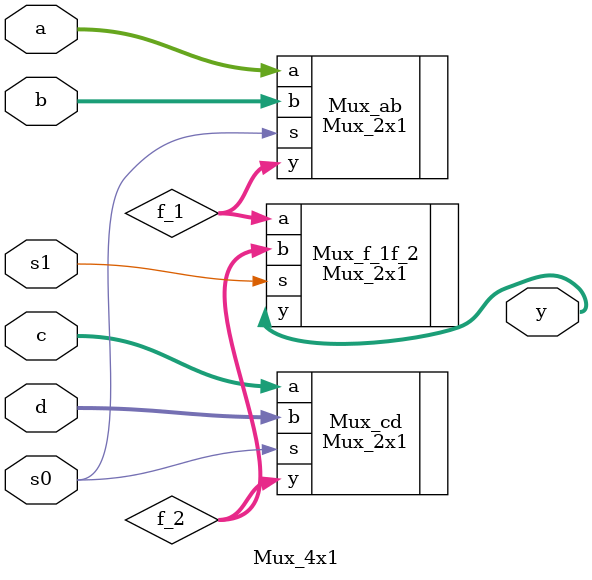
<source format=v>
module Mux_4x1 #(parameter N = 32)(a,b,c,d,s0,s1,y);

input [N-1:0]a;
input [N-1:0]b;
input [N-1:0]c;
input [N-1:0]d;
input s0;
input s1;
output [N-1:0]y;

wire [N-1:0]f_1;
wire [N-1:0]f_2;

Mux_2x1 #(.N(N)) Mux_ab(.a(a),
			.b(b),
			.y(f_1),
			.s(s0));

Mux_2x1 #(.N(N)) Mux_cd(.a(c),
			.b(d),
			.y(f_2),
			.s(s0));

Mux_2x1 #(.N(N)) Mux_f_1f_2(.a(f_1),
			    .b(f_2),
			    .y(y),
			    .s(s1));

endmodule 

</source>
